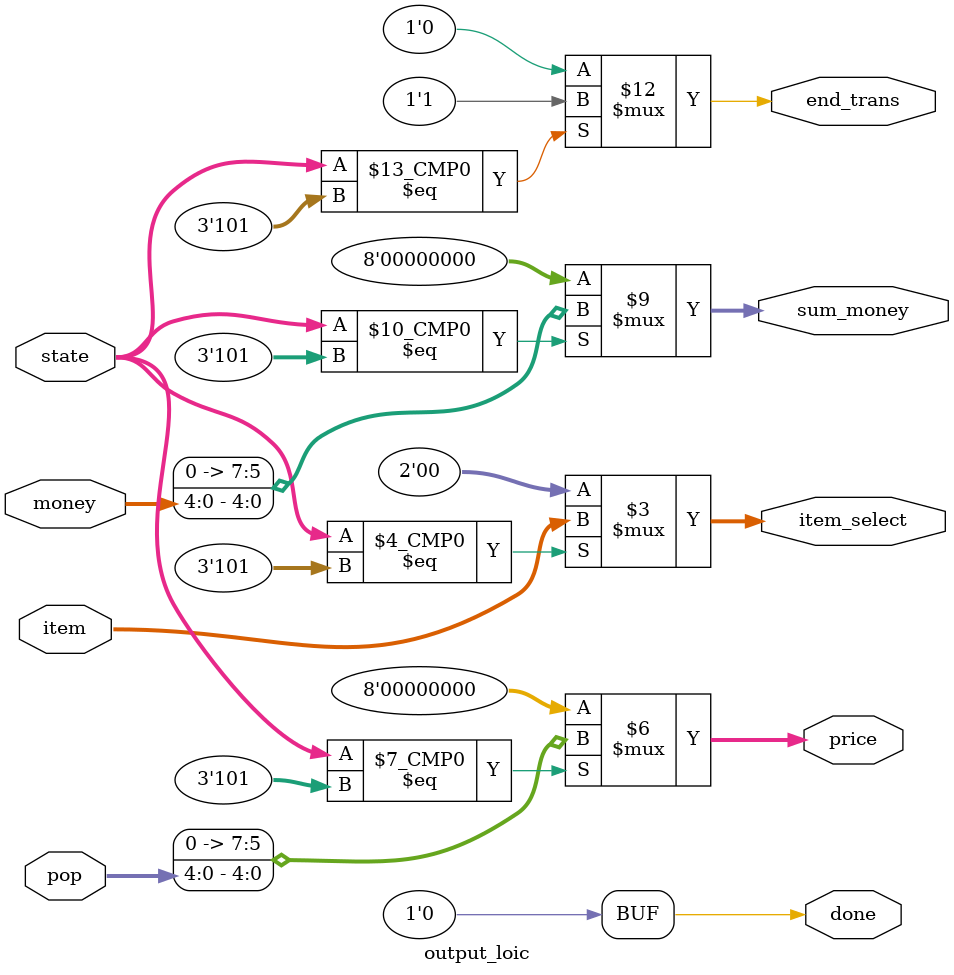
<source format=v>


module control (                                                                                                                                                                                                   
input clk,
input reset_n,
input start,
input done_money,
input cancel,
input continue_buy,
input [2:0] money,
input [1:0] item_in,
output done,
output end_trans,
output [7:0] sum_money,
output [7:0] price,
output [1:0] item_select,
output wire [2:0] state
            );

wire [4:0] sum_money_temp;
wire [4:0] price_temp;
//wire [2:0] state;
wire [1:0] item_temp;

fsm U1 (.clk(clk),
        .reset_n(reset_n),
        .start(start),
        .done_money(done_money),
        .cancel(cancel),
        .continue_buy(continue_buy),
        .deno_5(money[0]),
        .deno_10(money[1]),
        .deno_20(money[2]),
        .item_in(item_temp),
        .state(state),
        .sum_money(sum_money_temp),
        .price(price_temp));
output_loic U2  (
        .state(state),
        .pop(price_temp),
        .money(sum_money_temp),
        .item(item_temp),
        .done(done),
        .end_trans(end_trans),
        .sum_money(sum_money),
        .price(price),
        .item_select(item_select)
        );
endmodule



module fsm (                                                                                                                                                                                                       
input reset_n,
input start,
input done_money,
input cancel,
input continue_buy,
input deno_5,
input deno_10,
input deno_20,
input [1:0] item_in,
input clk,
output [4:0] sum_money,
output [4:0] price,
output reg [2:0] state);

parameter IDLE = 3'd0;
parameter SELECT = 3'd1;
parameter RECEIVE_MONEY = 3'd2;
parameter COMPARE = 3'd3;
parameter PROCESS = 3'd4;
parameter RETURN_CHANGE = 3'd5;

wire [2:0] money_1;
wire [3:0] money_2;
wire [4:0] money_3;
reg [2:0] next_state;
wire out_stock;
wire [2:0] nop [3:0];
wire [4:0] max_money;
wire [4:0] sum;
wire [4:0] pop [3:0];

assign pop[0] = 5'd15;
assign pop[1] = 5'd31;
assign pop[2] = 5'd7;
assign pop[3] = 5'd21;

assign nop[0] = 3'd7;
assign nop[1] = 3'd5;
assign nop[2] = 3'd3;
assign nop[3] = 3'd0; 

assign sum = money_1 + money_2 + money_3;
//assign out_stock = (nop[item_in] == 0) ? 1'b1 : 1'b0;
assign out_stock = 0;
assign money_1 = (deno_5) ? 3'd7 : 3'd0;
assign money_2 = (deno_10) ? 4'd15 : 4'd0;
assign money_3 = (deno_20) ? 5'd31 : 5'd0;
assign max_money = 5'b11111;
//assign enough_money = (pop[item_in] <= sum) ? 1 : 0;
assign enough_money = 0;
assign sum_money = sum;
assign price = pop[item_in];

always@(*)
begin
        case (state)
        IDLE: next_state = (start) ? SELECT : state;
        SELECT: next_state = ((~out_stock) && (~cancel)) ? RECEIVE_MONEY : ((out_stock) && (~cancel)) ? state : IDLE;
        //RECEIVE_MONEY: next_state = ((done_money) || (sum > max_money) && (~cancel)) ? COMPARE : ((~done_money) && (sum < max_money) && (~cancel)) ? state : RETURN_CHANGE;
        RECEIVE_MONEY: next_state = ((done_money) && (~cancel)) ? COMPARE : ((~done_money) && (sum < max_money) && (~cancel)) ? state : RETURN_CHANGE;
        COMPARE: next_state = (enough_money) ? RETURN_CHANGE : PROCESS;
        PROCESS: next_state = (cancel) ? RETURN_CHANGE : RECEIVE_MONEY;
        RETURN_CHANGE: next_state = (continue_buy) ? SELECT : IDLE;
        default: next_state = state;
        endcase
end

always@(posedge clk or negedge reset_n)
begin
        if(!reset_n)
                state <= IDLE;
        else
                state <= next_state;
end
endmodule        


module output_loic (                                                                                                                                                                                               
input [2:0] state,
input [4:0] pop,
input [4:0] money,
input [1:0] item,
output reg done,
output reg end_trans,
output reg [7:0] sum_money,
output reg [7:0] price,
output reg [1:0] item_select);

parameter IDLE = 3'd0;
parameter SELECT = 3'd1;
parameter RECEIVE_MONEY = 3'd2;
parameter COMPARE = 3'd3;
parameter PROCESS = 3'd4;
parameter RETURN_CHANGE = 3'd5;

always@(*)
begin
        case (state)
        IDLE:
        begin
                done = 1'b0;
                end_trans = 1'b0;
                sum_money = 8'b00000000;
                price = 8'b00000000;
                item_select = 2'b00;
        end
        SELECT:
        begin
                done = 1'b0;
                end_trans = 1'b0;
                sum_money = 8'b00000000;
                price = 8'b00000000;
                item_select = 2'b00;
        end
        RECEIVE_MONEY:
        begin
                done = 1'b0;
                end_trans = 1'b0;
                sum_money = 8'b00000000;
                price = 8'b00000000;
                item_select = 2'b00;
        end
        COMPARE:                                                                                                                                                                                             
        begin
                done = 1'b0;
                end_trans = 1'b0;
                sum_money = 8'b00000000;                                                                                                                                                                           
                price = 8'b00000000;
                item_select = 2'b00;
        end
        PROCESS:                                                                                                                                                                                             
        begin
                done = 1'b0;
                end_trans = 1'b0;                                                                                                                                                                                  
                sum_money = 8'b00000000;                                                                                                                                                                           
                price = 8'b00000000;
                item_select = 2'b00;
        end
        RETURN_CHANGE:                                                                                                                                                                                             
        begin
                done = 1'b0;
                end_trans = 1'b1;                                                                                                                                                                                  
                sum_money = money;                                                                                                                                                                           
                price = pop;
                item_select = item;
        end
        default:
        begin
                done = 1'b0;
                end_trans = 1'b0;
                sum_money = 8'b00000000;                                                                                                                                                                           
                price = 8'b00000000;
                item_select = 2'b00;

        end
        endcase
end
endmodule      
</source>
